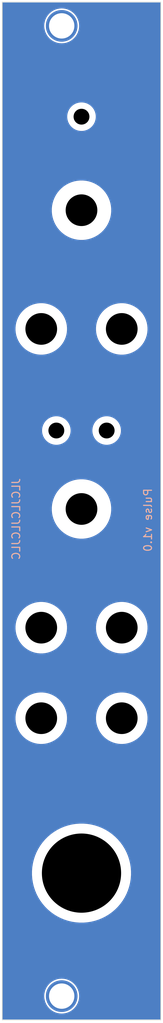
<source format=kicad_pcb>
(kicad_pcb (version 20240108) (generator "pcbnew") (generator_version "8.0")
  (layers (0 "F.Cu" signal) (31 "B.Cu" signal) (34 "B.Paste" user) (35 "F.Paste" user) (36 "B.SilkS" user "B.Silkscreen") (37 "F.SilkS" user "F.Silkscreen") (38 "B.Mask" user) (39 "F.Mask" user) (44 "Edge.Cuts" user))
  (net 0 "")
  (footprint "Panels:Panel Pot Alpha Knob 10mm" (layer "F.Cu") (at 69.85 94.996)
    (property "Reference" "REF**" (hide yes))
    (property "Value" "Panel Pot Alpha Knob 10mm" (hide yes))
    (pad "" np_thru_hole circle (at 0 0) (size 4 4) (drill 7) (layers "Dwgs.User"))
  )
  (footprint "Panels:Panel Pot Alpha Knob 10mm" (layer "F.Cu") (at 69.85 57.2752)
    (property "Reference" "REF**" (hide yes))
    (property "Value" "Panel Pot Alpha Knob 10mm" (hide yes))
    (pad "" np_thru_hole circle (at 0 0) (size 4 4) (drill 7) (layers "Dwgs.User"))
  )
  (footprint "Panels:Panel LED 3mm" (layer "F.Cu") (at 73.025 85.09)
    (property "Reference" "REF**" (hide yes))
    (property "Value" "Panel LED 3mm" (hide yes))
    (pad "" np_thru_hole circle (at 0 0) (size 2 2) (drill 3.1) (layers "Dwgs.User"))
  )
  (footprint "Panels:Panel Jack" (layer "F.Cu") (at 64.77 121.412)
    (property "Reference" "REF**" (hide yes))
    (property "Value" "Panel Jack" (hide yes))
    (pad "" np_thru_hole circle (at 0 0) (size 4 4) (drill 6) (layers "Dwgs.User"))
  )
  (footprint "Panels:Panel Avalon Harmonics Small 13mm" (layer "F.Cu") (at 69.85 151.892)
    (property "Reference" "G***" (hide yes))
    (property "Value" "LOGO" (hide yes))
  )
  (footprint "Panels_Graphics:Pulse_Panel" (layer "F.Cu") (at 69.85 95.28)
    (property "Reference" "G***" (hide yes))
    (property "Value" "LOGO" (hide yes))
  )
  (footprint "Panels:Panel Jack" (layer "F.Cu") (at 74.93 109.982)
    (property "Reference" "REF**" (hide yes))
    (property "Value" "Panel Jack" (hide yes))
    (pad "" np_thru_hole circle (at 0 0) (size 4 4) (drill 6) (layers "Dwgs.User"))
  )
  (footprint "Panels:Panel Microphone MINI" (layer "F.Cu") (at 69.85 140.97)
    (property "Reference" "REF**" (hide yes))
    (property "Value" "Panel Microphone MINI" (hide yes))
    (pad "" np_thru_hole circle (at 0 0) (size 10 10) (drill 12) (layers "Dwgs.User"))
  )
  (footprint "Panels:Panel Jack" (layer "F.Cu") (at 64.77 109.982)
    (property "Reference" "REF**" (hide yes))
    (property "Value" "Panel Jack" (hide yes))
    (pad "" np_thru_hole circle (at 0 0) (size 4 4) (drill 6) (layers "Dwgs.User"))
  )
  (footprint "Panels:Panel Screw" (layer "F.Cu") (at 67.35 156.5)
    (property "Reference" "REF**" (hide yes))
    (property "Value" "Panel Screw" (hide yes))
    (pad "" thru_hole circle (at 0 0) (size 4 4) (drill 3.2) (layers "*.Cu" "*.Mask"))
  )
  (footprint "Panels:Panel LED 3mm" (layer "F.Cu") (at 69.85 45.466)
    (property "Reference" "REF**" (hide yes))
    (property "Value" "Panel LED 3mm" (hide yes))
    (pad "" np_thru_hole circle (at 0 0) (size 2 2) (drill 3.1) (layers "Dwgs.User"))
  )
  (footprint "Panels:Panel LED 3mm" (layer "F.Cu") (at 66.675 85.09)
    (property "Reference" "REF**" (hide yes))
    (property "Value" "Panel LED 3mm" (hide yes))
    (pad "" np_thru_hole circle (at 0 0) (size 2 2) (drill 3.1) (layers "Dwgs.User"))
  )
  (footprint "Panels:Panel Jack" (layer "F.Cu") (at 64.77 72.263)
    (property "Reference" "REF**" (hide yes))
    (property "Value" "Panel Jack" (hide yes))
    (pad "" np_thru_hole circle (at 0 0) (size 4 4) (drill 6) (layers "Dwgs.User"))
  )
  (footprint "Panels:Panel Screw" (layer "F.Cu") (at 67.35 34)
    (property "Reference" "REF**" (hide yes))
    (property "Value" "Panel Screw" (hide yes))
    (pad "" thru_hole circle (at 0 0) (size 4 4) (drill 3.2) (layers "*.Cu" "*.Mask"))
  )
  (footprint "Panels:Panel Jack" (layer "F.Cu") (at 74.93 121.412)
    (property "Reference" "REF**" (hide yes))
    (property "Value" "Panel Jack" (hide yes))
    (pad "" np_thru_hole circle (at 0 0) (size 4 4) (drill 6) (layers "Dwgs.User"))
  )
  (footprint "Panels:Panel Jack" (layer "F.Cu") (at 74.93 72.263)
    (property "Reference" "REF**" (hide yes))
    (property "Value" "Panel Jack" (hide yes))
    (pad "" np_thru_hole circle (at 0 0) (size 4 4) (drill 6) (layers "Dwgs.User"))
  )
  (gr_rect (start 59.85 31) (end 79.85 159.5) (stroke (width 0.1)) (fill none) (layer "Edge.Cuts"))
  (gr_text "Pulse v1.0" (at 78.232 96.393 90) (layer "B.SilkS") (effects (font (size 1 1)) (justify mirror)))
  (gr_text "JLCJLCJLCJLC" (at 61.595 96.266 90) (layer "B.SilkS") (effects (font (size 1 1)) (justify mirror)))
  (zone (net 0) (net_name "") (layers "F&B.Cu") (connect_pads (clearance 0)) (min_thickness 0.254) (fill yes (thermal_gap 0.508) (thermal_bridge_width 0.508) (island_removal_mode 1) (island_area_min 10))
    (polygon (pts (xy 59.563 30.734) (xy 80.137 30.734) (xy 80.137 159.766) (xy 59.563 159.893)))
  )
)
</source>
